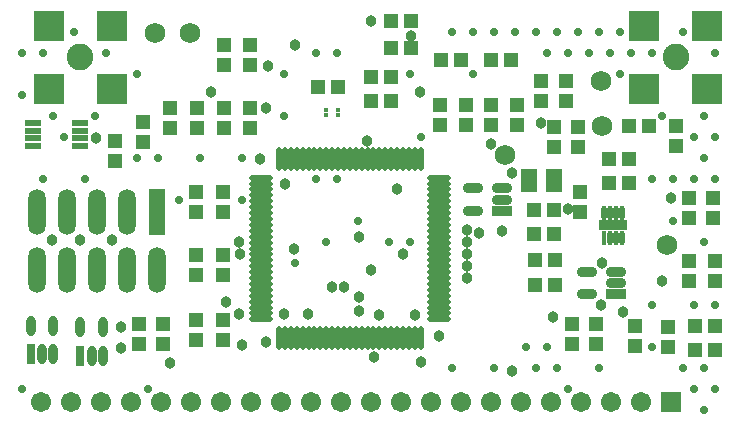
<source format=gts>
G04 Layer_Color=8388736*
%FSLAX43Y43*%
%MOMM*%
G71*
G01*
G75*
%ADD40R,1.203X1.303*%
%ADD41R,1.303X1.203*%
%ADD42R,1.473X3.883*%
%ADD43O,1.473X3.883*%
%ADD44O,1.703X0.903*%
%ADD45R,1.703X0.903*%
%ADD46O,0.503X2.003*%
%ADD47O,2.003X0.503*%
%ADD48R,1.403X0.553*%
%ADD49C,2.253*%
%ADD50R,2.643X2.643*%
%ADD51R,0.803X1.703*%
%ADD52O,0.803X1.703*%
%ADD53R,1.353X0.653*%
%ADD54C,0.453*%
%ADD55R,2.403X0.813*%
%ADD56R,0.453X1.203*%
%ADD57O,0.453X1.203*%
%ADD58C,0.965*%
%ADD59C,1.727*%
%ADD60R,1.703X1.703*%
%ADD61C,1.703*%
%ADD62C,0.711*%
D40*
X96774Y81153D02*
D03*
Y79453D02*
D03*
X67691Y71755D02*
D03*
Y70055D02*
D03*
X65405Y64770D02*
D03*
Y66470D02*
D03*
X69977Y78916D02*
D03*
Y77216D02*
D03*
X107188Y65913D02*
D03*
Y64213D02*
D03*
X109347Y65962D02*
D03*
Y64262D02*
D03*
X67818Y78916D02*
D03*
Y77216D02*
D03*
X86106Y79121D02*
D03*
Y77421D02*
D03*
X58547Y74373D02*
D03*
Y76073D02*
D03*
X90424Y79121D02*
D03*
Y77421D02*
D03*
X65405Y71755D02*
D03*
Y70055D02*
D03*
X109220Y69547D02*
D03*
Y71247D02*
D03*
X92583Y79121D02*
D03*
Y77421D02*
D03*
X65532Y78867D02*
D03*
Y77167D02*
D03*
X67691Y64770D02*
D03*
Y66470D02*
D03*
X88265Y79121D02*
D03*
Y77421D02*
D03*
X63246Y78916D02*
D03*
Y77216D02*
D03*
X94615Y81153D02*
D03*
Y79453D02*
D03*
X69977Y84201D02*
D03*
Y82501D02*
D03*
X67818Y84201D02*
D03*
Y82501D02*
D03*
X107188Y69547D02*
D03*
Y71247D02*
D03*
X97282Y58928D02*
D03*
Y60628D02*
D03*
X99314Y58928D02*
D03*
Y60628D02*
D03*
X102616Y58752D02*
D03*
Y60452D02*
D03*
X60960Y77724D02*
D03*
Y76024D02*
D03*
X62611Y58879D02*
D03*
Y60579D02*
D03*
X105410Y58674D02*
D03*
Y60374D02*
D03*
X60579Y58879D02*
D03*
Y60579D02*
D03*
X67691Y59260D02*
D03*
Y60960D02*
D03*
X65405Y59260D02*
D03*
Y60960D02*
D03*
X97917Y71755D02*
D03*
Y70055D02*
D03*
X106045Y75643D02*
D03*
Y77343D02*
D03*
X97790Y75565D02*
D03*
Y77265D02*
D03*
X95758Y75565D02*
D03*
Y77265D02*
D03*
D41*
X109347Y60452D02*
D03*
X107647D02*
D03*
X81915Y79502D02*
D03*
X80215D02*
D03*
X81915Y81534D02*
D03*
X80215D02*
D03*
X92124Y82931D02*
D03*
X90424D02*
D03*
X86184D02*
D03*
X87884D02*
D03*
X109396Y58420D02*
D03*
X107696D02*
D03*
X83615Y83947D02*
D03*
X81915D02*
D03*
Y86233D02*
D03*
X83615D02*
D03*
X75770Y80645D02*
D03*
X77470D02*
D03*
X102059Y77343D02*
D03*
X103759D02*
D03*
X94058Y70231D02*
D03*
X95758D02*
D03*
X94058Y68199D02*
D03*
X95758D02*
D03*
X100408Y74549D02*
D03*
X102108D02*
D03*
X100408Y72517D02*
D03*
X102108D02*
D03*
X94107Y66040D02*
D03*
X95807D02*
D03*
X94107Y63881D02*
D03*
X95807D02*
D03*
D42*
X62103Y70101D02*
D03*
D43*
X59563D02*
D03*
X57023D02*
D03*
X54483D02*
D03*
X51943D02*
D03*
X62103Y65151D02*
D03*
X59563D02*
D03*
X57023D02*
D03*
X54483D02*
D03*
X51943D02*
D03*
D44*
X98552Y65019D02*
D03*
Y63119D02*
D03*
X100952Y65019D02*
D03*
Y64069D02*
D03*
X88913Y72070D02*
D03*
Y70170D02*
D03*
X91313Y72070D02*
D03*
Y71120D02*
D03*
D45*
X100952Y63119D02*
D03*
X91313Y70170D02*
D03*
D46*
X84446Y74536D02*
D03*
X83946D02*
D03*
X83446D02*
D03*
X82946D02*
D03*
X82446D02*
D03*
X81946D02*
D03*
X81446D02*
D03*
X80946D02*
D03*
X80446D02*
D03*
X79946D02*
D03*
X79446D02*
D03*
X78946D02*
D03*
X78446D02*
D03*
X77946D02*
D03*
X77446D02*
D03*
X76946D02*
D03*
X76446D02*
D03*
X75946D02*
D03*
X75446D02*
D03*
X74946D02*
D03*
X74446D02*
D03*
X73946D02*
D03*
X73446D02*
D03*
X72946D02*
D03*
X72446D02*
D03*
Y59436D02*
D03*
X72946D02*
D03*
X73446D02*
D03*
X73946D02*
D03*
X74446D02*
D03*
X74946D02*
D03*
X75446D02*
D03*
X75946D02*
D03*
X76446D02*
D03*
X76946D02*
D03*
X77446D02*
D03*
X77946D02*
D03*
X78446D02*
D03*
X78946D02*
D03*
X79446D02*
D03*
X79946D02*
D03*
X80446D02*
D03*
X80946D02*
D03*
X81446D02*
D03*
X81946D02*
D03*
X82446D02*
D03*
X82946D02*
D03*
X83446D02*
D03*
X83946D02*
D03*
X84446D02*
D03*
D47*
X70896Y72986D02*
D03*
Y72486D02*
D03*
Y71986D02*
D03*
Y71486D02*
D03*
Y70986D02*
D03*
Y70486D02*
D03*
Y69986D02*
D03*
Y69486D02*
D03*
Y68986D02*
D03*
Y68486D02*
D03*
Y67986D02*
D03*
Y67486D02*
D03*
Y66986D02*
D03*
Y66486D02*
D03*
Y65986D02*
D03*
Y65486D02*
D03*
Y64986D02*
D03*
Y64486D02*
D03*
Y63986D02*
D03*
Y63486D02*
D03*
Y62986D02*
D03*
Y62486D02*
D03*
Y61986D02*
D03*
Y61486D02*
D03*
Y60986D02*
D03*
X85996D02*
D03*
Y61486D02*
D03*
Y61986D02*
D03*
Y62486D02*
D03*
Y62986D02*
D03*
Y63486D02*
D03*
Y63986D02*
D03*
Y64486D02*
D03*
Y64986D02*
D03*
Y65486D02*
D03*
Y65986D02*
D03*
Y66486D02*
D03*
Y66986D02*
D03*
Y67486D02*
D03*
Y67986D02*
D03*
Y68486D02*
D03*
Y68986D02*
D03*
Y69486D02*
D03*
Y69986D02*
D03*
Y70486D02*
D03*
Y70986D02*
D03*
Y71486D02*
D03*
Y71986D02*
D03*
Y72486D02*
D03*
Y72986D02*
D03*
D48*
X51626Y77612D02*
D03*
Y76962D02*
D03*
Y76312D02*
D03*
Y75662D02*
D03*
X55626Y77612D02*
D03*
Y76962D02*
D03*
Y76312D02*
D03*
Y75662D02*
D03*
D49*
Y83192D02*
D03*
X106045D02*
D03*
D50*
X58286Y80532D02*
D03*
Y85852D02*
D03*
X52966Y80532D02*
D03*
Y85852D02*
D03*
X108705Y80532D02*
D03*
Y85852D02*
D03*
X103385Y80532D02*
D03*
Y85852D02*
D03*
D51*
X51440Y58052D02*
D03*
X55626Y57925D02*
D03*
D52*
X52390Y58052D02*
D03*
X53340D02*
D03*
X51440Y60452D02*
D03*
X53340D02*
D03*
X56576Y57925D02*
D03*
X57526D02*
D03*
X55626Y60325D02*
D03*
X57526D02*
D03*
D53*
X93608Y73406D02*
D03*
Y72756D02*
D03*
Y72106D02*
D03*
X95758D02*
D03*
Y72756D02*
D03*
Y73406D02*
D03*
D54*
X76454Y78330D02*
D03*
X77454D02*
D03*
X76454Y78740D02*
D03*
X77454D02*
D03*
D55*
X100711Y68961D02*
D03*
D56*
X99949Y67886D02*
D03*
D57*
X100449D02*
D03*
X100949D02*
D03*
X101449D02*
D03*
X99949Y70036D02*
D03*
X100449D02*
D03*
X100949D02*
D03*
X101449D02*
D03*
D58*
X69342Y58801D02*
D03*
X73787Y84201D02*
D03*
X92202Y56642D02*
D03*
X94615Y77597D02*
D03*
X88392Y68580D02*
D03*
X71501Y82423D02*
D03*
X72974Y72466D02*
D03*
X104902Y64262D02*
D03*
X72898Y61468D02*
D03*
X74930D02*
D03*
X95631Y61214D02*
D03*
X80946Y61388D02*
D03*
X101600Y61595D02*
D03*
X83947Y61341D02*
D03*
X88392Y64516D02*
D03*
Y65532D02*
D03*
Y66548D02*
D03*
X79934Y76073D02*
D03*
X80264Y86233D02*
D03*
X82423Y72009D02*
D03*
X56911Y76312D02*
D03*
X105664Y71247D02*
D03*
X53213Y67691D02*
D03*
X55626D02*
D03*
X58293D02*
D03*
X67945Y62484D02*
D03*
X69088Y61468D02*
D03*
X63246Y57277D02*
D03*
X59055Y60325D02*
D03*
X66675Y80264D02*
D03*
X69037Y67513D02*
D03*
X69164Y66497D02*
D03*
X84379Y80264D02*
D03*
X90424Y75819D02*
D03*
X80264Y65151D02*
D03*
X85979Y59563D02*
D03*
X82931Y66548D02*
D03*
X70879Y74536D02*
D03*
X83615Y85012D02*
D03*
X71374Y59055D02*
D03*
X80518Y57785D02*
D03*
X59055Y58547D02*
D03*
X73730Y66986D02*
D03*
X84455Y57404D02*
D03*
X88392Y67564D02*
D03*
X79248Y62865D02*
D03*
X76962Y63754D02*
D03*
X77978D02*
D03*
X79248Y61722D02*
D03*
X99822Y65786D02*
D03*
X99695Y62230D02*
D03*
X92202Y73406D02*
D03*
X91313Y68453D02*
D03*
X79248Y67945D02*
D03*
X96901Y70358D02*
D03*
X89408Y68326D02*
D03*
X71374Y78916D02*
D03*
D59*
X105283Y67310D02*
D03*
X61976Y85217D02*
D03*
X64897D02*
D03*
X99822Y77343D02*
D03*
X99695Y81153D02*
D03*
X91567Y74881D02*
D03*
D60*
X105664Y53975D02*
D03*
D61*
X103124D02*
D03*
X100584D02*
D03*
X98044D02*
D03*
X95504D02*
D03*
X92964D02*
D03*
X90424D02*
D03*
X87884D02*
D03*
X85344D02*
D03*
X82804D02*
D03*
X80264D02*
D03*
X77724D02*
D03*
X75184D02*
D03*
X72644D02*
D03*
X70104D02*
D03*
X67564D02*
D03*
X65024D02*
D03*
X62484D02*
D03*
X59944D02*
D03*
X57404D02*
D03*
X54864D02*
D03*
X52324D02*
D03*
D62*
X109347Y83566D02*
D03*
X108458Y78232D02*
D03*
X109347Y76454D02*
D03*
X108458Y74676D02*
D03*
X109347Y72898D02*
D03*
X108458Y67564D02*
D03*
X109347Y62230D02*
D03*
X108458Y56896D02*
D03*
X109347Y55118D02*
D03*
X108458Y53340D02*
D03*
X106680Y85344D02*
D03*
X107569Y76454D02*
D03*
Y72898D02*
D03*
Y62230D02*
D03*
X106680Y56896D02*
D03*
X107569Y55118D02*
D03*
X104902Y78232D02*
D03*
X105791Y72898D02*
D03*
Y69342D02*
D03*
X104013Y83566D02*
D03*
Y72898D02*
D03*
Y62230D02*
D03*
Y58674D02*
D03*
X101346Y85344D02*
D03*
X102235Y83566D02*
D03*
X101346Y81788D02*
D03*
X99568Y85344D02*
D03*
X100457Y83566D02*
D03*
X99568Y56896D02*
D03*
X97790Y85344D02*
D03*
X98679Y83566D02*
D03*
X96012Y85344D02*
D03*
X96901Y83566D02*
D03*
X96012Y56896D02*
D03*
X96901Y55118D02*
D03*
X94234Y85344D02*
D03*
X95123Y83566D02*
D03*
Y58674D02*
D03*
X94234Y56896D02*
D03*
X92456Y85344D02*
D03*
X93345Y58674D02*
D03*
X90678Y85344D02*
D03*
Y56896D02*
D03*
X88900Y85344D02*
D03*
Y81788D02*
D03*
X87122Y85344D02*
D03*
Y56896D02*
D03*
X83566Y81788D02*
D03*
X84455Y76454D02*
D03*
X83566Y67564D02*
D03*
X81788D02*
D03*
X79121Y69342D02*
D03*
X77343Y83566D02*
D03*
Y72898D02*
D03*
X76454Y67564D02*
D03*
X75565Y83566D02*
D03*
Y72898D02*
D03*
X72898Y81788D02*
D03*
Y78232D02*
D03*
X73787Y65786D02*
D03*
X69342Y74676D02*
D03*
Y71120D02*
D03*
X65786Y74676D02*
D03*
X64008Y71120D02*
D03*
X62230Y74676D02*
D03*
X60452Y81788D02*
D03*
Y74676D02*
D03*
X61341Y55118D02*
D03*
X57785Y83566D02*
D03*
X56896Y78232D02*
D03*
X55118Y85344D02*
D03*
X56007Y72898D02*
D03*
X53340Y78232D02*
D03*
X54229Y76454D02*
D03*
X52451Y83566D02*
D03*
Y72898D02*
D03*
X50673Y83566D02*
D03*
Y80010D02*
D03*
Y55118D02*
D03*
M02*

</source>
